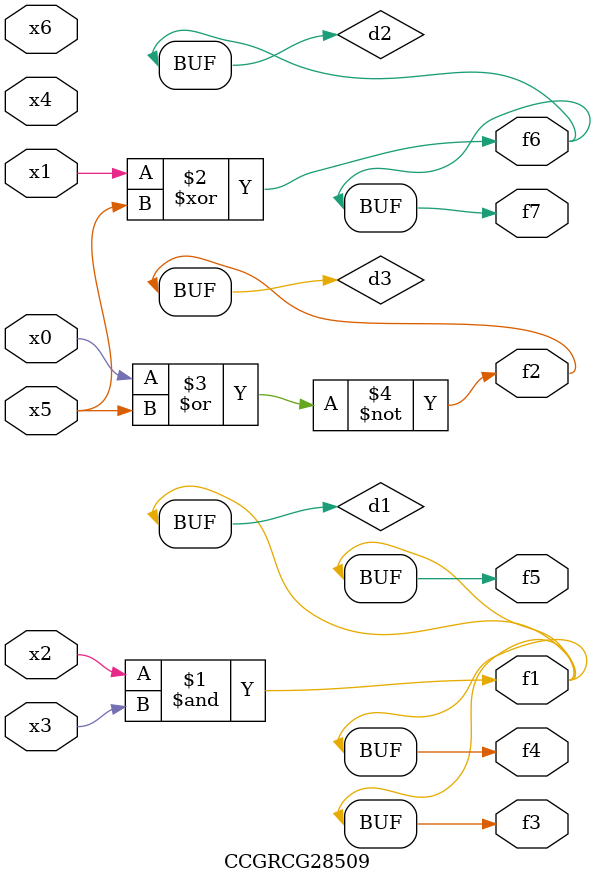
<source format=v>
module CCGRCG28509(
	input x0, x1, x2, x3, x4, x5, x6,
	output f1, f2, f3, f4, f5, f6, f7
);

	wire d1, d2, d3;

	and (d1, x2, x3);
	xor (d2, x1, x5);
	nor (d3, x0, x5);
	assign f1 = d1;
	assign f2 = d3;
	assign f3 = d1;
	assign f4 = d1;
	assign f5 = d1;
	assign f6 = d2;
	assign f7 = d2;
endmodule

</source>
